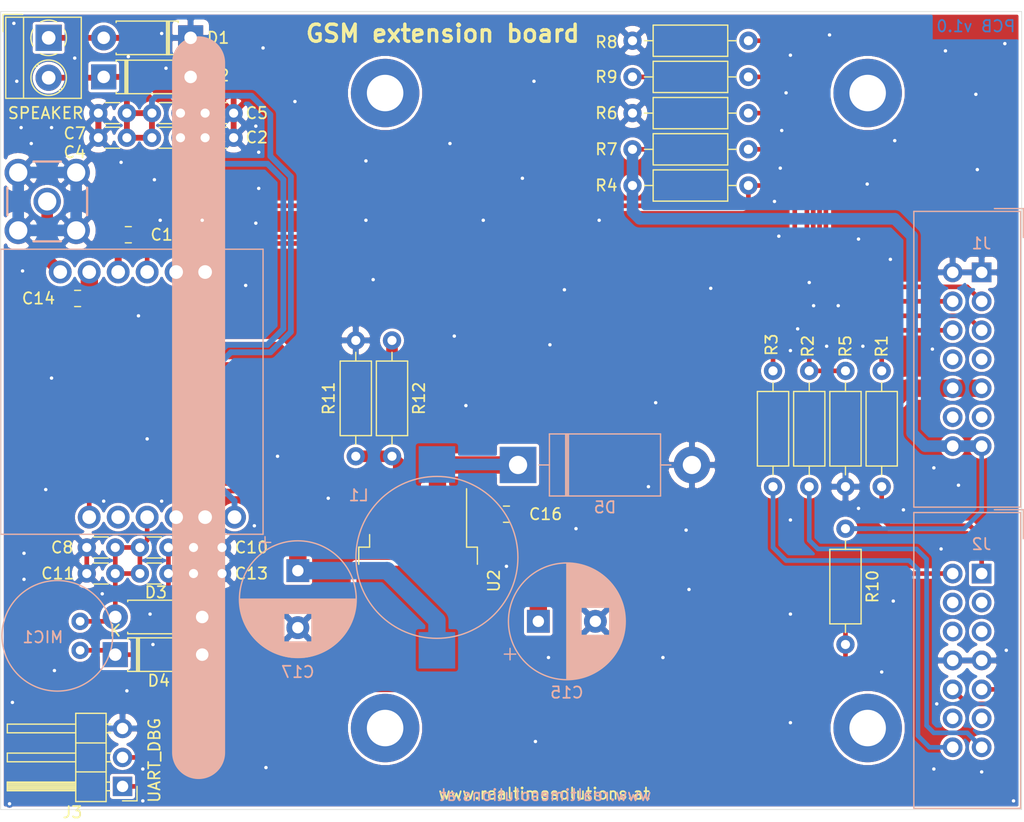
<source format=kicad_pcb>
(kicad_pcb (version 20171130) (host pcbnew "(5.1.4)-1")
  (layers (0 F.Cu signal) (31 B.Cu signal) (34 B.Paste user) (35 F.Paste user) (36 B.SilkS user) (37 F.SilkS user) (38 B.Mask user) (39 F.Mask user) (44 Edge.Cuts user))
  (net 0 "")
  (net 1 +12V)
  (net 2 GND)
  (net 3 +3V3)
  (net 4 +4V)
  (net 5 HW_ADDR4)
  (net 6 HW_ADDR2)
  (net 7 HW_ADDR3)
  (net 8 HW_ADDR1)
  (net 9 IO2)
  (net 10 IO1)
  (net 11 UART2_RX)
  (net 12 UART2_TX)
  (net 13 UART1_RX)
  (net 14 UART1_TX)
  (net 15 "Net-(R2-Pad1)")
  (net 16 "Net-(C1-Pad2)")
  (net 17 "Net-(C2-Pad2)")
  (net 18 "Net-(C3-Pad2)")
  (net 19 "Net-(C11-Pad2)")
  (net 20 "Net-(C10-Pad1)")
  (net 21 "Net-(R3-Pad1)")
  (net 22 "Net-(U1-Pad11)")
  (net 23 "Net-(J1-Pad8)")
  (net 24 "Net-(J1-Pad7)")
  (net 25 "Net-(J5-Pad1)")
  (net 26 "Net-(D5-Pad1)")
  (net 27 "Net-(J1-Pad12)")
  (net 28 "Net-(J1-Pad11)")
  (net 29 "Net-(J2-Pad12)")
  (net 30 "Net-(J2-Pad11)")
  (net 31 "Net-(J2-Pad6)")
  (net 32 "Net-(J2-Pad5)")
  (net 33 "Net-(J2-Pad4)")
  (net 34 "Net-(J2-Pad3)")
  (net 35 "Net-(R11-Pad1)")
  (module Resistor_THT:R_Axial_DIN0207_L6.3mm_D2.5mm_P10.16mm_Horizontal (layer F.Cu) (at 59.055 -24.638 270)
    (fp_text reference R10 (at 5.08 -2.37 90) (layer F.SilkS))
    (fp_text value 10K)
    (pad 2 thru_hole oval (at 10.16 0 270) (size 1.6 1.6) (drill 0.8) (layers *.Cu *.Mask) (net 9 IO2))
    (pad 1 thru_hole circle (at 0 0 270) (size 1.6 1.6) (drill 0.8) (layers *.Cu *.Mask) (net 3 +3V3))
  )
  (module Resistor_THT:R_Axial_DIN0207_L6.3mm_D2.5mm_P10.16mm_Horizontal (layer F.Cu) (at 59.055 -38.481 270)
    (fp_text reference R5 (at -2.159 0 90) (layer F.SilkS))
    (fp_text value 5K6)
    (pad 2 thru_hole oval (at 10.16 0 270) (size 1.6 1.6) (drill 0.8) (layers *.Cu *.Mask) (net 2 GND))
    (pad 1 thru_hole circle (at 0 0 270) (size 1.6 1.6) (drill 0.8) (layers *.Cu *.Mask) (net 15 "Net-(R2-Pad1)"))
  )
  (module Package_TO_SOT_SMD:TO-263-5_TabPin3 (layer F.Cu) (at 21.59 -20.066 270)
    (fp_text reference U2 (at 0 -6.65 90) (layer F.SilkS))
    (fp_text value LM2596S-ADJ)
    (pad 3 smd rect (at 3.375 0 270) (size 9.4 10.8) (layers F.Cu F.Mask) (net 2 GND))
    (pad 5 smd rect (at -5.775 3.4 270) (size 4.6 1.1) (layers F.Cu F.Paste F.Mask) (net 2 GND))
    (pad 4 smd rect (at -5.775 1.7 270) (size 4.6 1.1) (layers F.Cu F.Paste F.Mask) (net 35 "Net-(R11-Pad1)"))
    (pad 3 smd rect (at -5.775 0 270) (size 4.6 1.1) (layers F.Cu F.Paste F.Mask) (net 2 GND))
    (pad 2 smd rect (at -5.775 -1.7 270) (size 4.6 1.1) (layers F.Cu F.Paste F.Mask) (net 26 "Net-(D5-Pad1)"))
    (pad 1 smd rect (at -5.775 -3.4 270) (size 4.6 1.1) (layers F.Cu F.Paste F.Mask) (net 1 +12V))
  )
  (module Resistor_THT:R_Axial_DIN0207_L6.3mm_D2.5mm_P10.16mm_Horizontal (layer F.Cu) (at 19.304 -41.148 270)
    (fp_text reference R12 (at 5.08 -2.37 90) (layer F.SilkS))
    (fp_text value 2K4)
    (pad 2 thru_hole oval (at 10.16 0 270) (size 1.6 1.6) (drill 0.8) (layers *.Cu *.Mask) (net 35 "Net-(R11-Pad1)"))
    (pad 1 thru_hole circle (at 0 0 270) (size 1.6 1.6) (drill 0.8) (layers *.Cu *.Mask) (net 4 +4V))
  )
  (module Resistor_THT:R_Axial_DIN0207_L6.3mm_D2.5mm_P10.16mm_Horizontal (layer F.Cu) (at 16.129 -30.988 90)
    (fp_text reference R11 (at 5.08 -2.37 90) (layer F.SilkS))
    (fp_text value 1K)
    (pad 2 thru_hole oval (at 10.16 0 90) (size 1.6 1.6) (drill 0.8) (layers *.Cu *.Mask) (net 2 GND))
    (pad 1 thru_hole circle (at 0 0 90) (size 1.6 1.6) (drill 0.8) (layers *.Cu *.Mask) (net 35 "Net-(R11-Pad1)"))
  )
  (module L-PISR:L-PISR (layer B.Cu) (at 23.241 -22.12 270)
    (fp_text reference L1 (at -5.439 6.858 180) (layer B.SilkS) (effects (justify mirror)))
    (fp_text value 68uH)
    (pad 2 smd rect (at 8.15 0 270) (size 3.2 3.2) (layers B.Cu B.Paste B.Mask) (net 4 +4V))
    (pad 1 smd rect (at -8.15 0 270) (size 3.2 3.2) (layers B.Cu B.Paste B.Mask) (net 26 "Net-(D5-Pad1)"))
  )
  (module Diode_THT:D_DO-201AD_P15.24mm_Horizontal (layer B.Cu) (at 30.353 -30.226)
    (fp_text reference D5 (at 7.62 3.72) (layer B.SilkS) (effects (justify mirror)))
    (fp_text value 1N5822)
    (pad 2 thru_hole oval (at 15.24 0) (size 3.2 3.2) (drill 1.6) (layers *.Cu *.Mask) (net 2 GND))
    (pad 1 thru_hole rect (at 0 0) (size 3.2 3.2) (drill 1.6) (layers *.Cu *.Mask) (net 26 "Net-(D5-Pad1)"))
  )
  (module Capacitor_THT:CP_Radial_D10.0mm_P5.00mm (layer B.Cu) (at 11.049 -20.955 270)
    (fp_text reference C17 (at 8.89 0 180) (layer B.SilkS) (effects (justify mirror)))
    (fp_text value 220uF/25V)
    (pad 2 thru_hole circle (at 5 0 270) (size 2 2) (drill 1) (layers *.Cu *.Mask) (net 2 GND))
    (pad 1 thru_hole rect (at 0 0 270) (size 2 2) (drill 1) (layers *.Cu *.Mask) (net 4 +4V))
  )
  (module Capacitor_SMD:C_0805_2012Metric_Pad1.15x1.40mm_HandSolder (layer F.Cu) (at 29.337 -25.908)
    (fp_text reference C16 (at 3.429 0) (layer F.SilkS))
    (fp_text value 100nF)
    (pad 2 smd roundrect (at 1.025 0) (size 1.15 1.4) (layers F.Cu F.Paste F.Mask) (roundrect_rratio 0.217391) (net 2 GND))
    (pad 1 smd roundrect (at -1.025 0) (size 1.15 1.4) (layers F.Cu F.Paste F.Mask) (roundrect_rratio 0.217391) (net 1 +12V))
  )
  (module Capacitor_THT:CP_Radial_D10.0mm_P5.00mm (layer B.Cu) (at 32.131 -16.51)
    (fp_text reference C15 (at 2.5 6.25) (layer B.SilkS) (effects (justify mirror)))
    (fp_text value 470uF/25V)
    (pad 2 thru_hole circle (at 5 0) (size 2 2) (drill 1) (layers *.Cu *.Mask) (net 2 GND))
    (pad 1 thru_hole rect (at 0 0) (size 2 2) (drill 1) (layers *.Cu *.Mask) (net 1 +12V))
  )
  (module Capacitor_SMD:C_0805_2012Metric_Pad1.15x1.40mm_HandSolder (layer F.Cu) (at -8.255 -44.831)
    (fp_text reference C14 (at -3.429 0) (layer F.SilkS))
    (fp_text value 100nF)
    (pad 2 smd roundrect (at 1.025 0) (size 1.15 1.4) (layers F.Cu F.Paste F.Mask) (roundrect_rratio 0.217391) (net 4 +4V))
    (pad 1 smd roundrect (at -1.025 0) (size 1.15 1.4) (layers F.Cu F.Paste F.Mask) (roundrect_rratio 0.217391) (net 2 GND))
  )
  (module SMA-J-P-X-ST-TH1:SAMTEC_SMA-J-P-X-ST-TH1 (layer B.Cu) (at -10.922 -53.34 180)
    (fp_text reference J5 hide)
    (fp_text value GSM_ANT)
    (pad 1 thru_hole circle (at 0 0 180) (size 2.4 2.4) (drill 1.6) (layers *.Cu *.Mask) (net 25 "Net-(J5-Pad1)"))
    (pad 4 thru_hole circle (at -2.54 2.54 180) (size 2.4 2.4) (drill 1.6) (layers *.Cu *.Mask) (net 2 GND))
    (pad 3 thru_hole circle (at 2.54 2.54 180) (size 2.4 2.4) (drill 1.6) (layers *.Cu *.Mask) (net 2 GND))
    (pad 2 thru_hole circle (at 2.54 -2.54 180) (size 2.4 2.4) (drill 1.6) (layers *.Cu *.Mask) (net 2 GND))
    (pad 5 thru_hole circle (at -2.54 -2.54 180) (size 2.4 2.4) (drill 1.6) (layers *.Cu *.Mask) (net 2 GND))
  )
  (module gsm:SIM800L_CoreBoard_25x23 (layer B.Cu) (at 8.001 -49.149 270)
    (fp_text reference U1 hide)
    (fp_text value SIM800L)
    (pad 1 thru_hole circle (at 2 17.78 270) (size 2 2) (drill 1.2) (layers *.Cu *.Mask) (net 25 "Net-(J5-Pad1)"))
    (pad 2 thru_hole circle (at 2 15.24 270) (size 2 2) (drill 1.2) (layers *.Cu *.Mask) (net 4 +4V))
    (pad 3 thru_hole circle (at 2 12.7 270) (size 2 2) (drill 1.2) (layers *.Cu *.Mask) (net 16 "Net-(C1-Pad2)"))
    (pad 4 thru_hole circle (at 2 10.16 270) (size 2 2) (drill 1.2) (layers *.Cu *.Mask) (net 15 "Net-(R2-Pad1)"))
    (pad 5 thru_hole circle (at 2 7.62 270) (size 2 2) (drill 1.2) (layers *.Cu *.Mask) (net 21 "Net-(R3-Pad1)"))
    (pad 6 thru_hole circle (at 2 5.08 270) (size 2 2) (drill 1.2) (layers *.Cu *.Mask) (net 2 GND))
    (pad 12 thru_hole circle (at 23.5 15.24 270) (size 2 2) (drill 1.2) (layers *.Cu *.Mask) (net 9 IO2))
    (pad 11 thru_hole circle (at 23.5 12.7 270) (size 2 2) (drill 1.2) (layers *.Cu *.Mask) (net 22 "Net-(U1-Pad11)"))
    (pad 10 thru_hole circle (at 23.5 10.16 270) (size 2 2) (drill 1.2) (layers *.Cu *.Mask) (net 19 "Net-(C11-Pad2)"))
    (pad 9 thru_hole circle (at 23.5 7.62 270) (size 2 2) (drill 1.2) (layers *.Cu *.Mask) (net 20 "Net-(C10-Pad1)"))
    (pad 8 thru_hole circle (at 23.5 5.08 270) (size 2 2) (drill 1.2) (layers *.Cu *.Mask) (net 17 "Net-(C2-Pad2)"))
    (pad 7 thru_hole circle (at 23.5 2.5 270) (size 2 2) (drill 1.2) (layers *.Cu *.Mask) (net 18 "Net-(C3-Pad2)"))
  )
  (module Resistor_THT:R_Axial_DIN0207_L6.3mm_D2.5mm_P10.16mm_Horizontal (layer F.Cu) (at 40.386 -64.262)
    (fp_text reference R9 (at -2.286 0) (layer F.SilkS))
    (fp_text value 10K)
    (pad 2 thru_hole oval (at 10.16 0) (size 1.6 1.6) (drill 0.8) (layers *.Cu *.Mask) (net 5 HW_ADDR4))
    (pad 1 thru_hole circle (at 0 0) (size 1.6 1.6) (drill 0.8) (layers *.Cu *.Mask) (net 3 +3V3))
  )
  (module Resistor_THT:R_Axial_DIN0207_L6.3mm_D2.5mm_P10.16mm_Horizontal (layer F.Cu) (at 40.386 -67.437)
    (fp_text reference R8 (at -2.286 0.127) (layer F.SilkS))
    (fp_text value 10K)
    (pad 2 thru_hole oval (at 10.16 0) (size 1.6 1.6) (drill 0.8) (layers *.Cu *.Mask) (net 7 HW_ADDR3))
    (pad 1 thru_hole circle (at 0 0) (size 1.6 1.6) (drill 0.8) (layers *.Cu *.Mask) (net 2 GND))
  )
  (module Resistor_THT:R_Axial_DIN0207_L6.3mm_D2.5mm_P10.16mm_Horizontal (layer F.Cu) (at 40.386 -57.912)
    (fp_text reference R7 (at -2.286 0) (layer F.SilkS))
    (fp_text value 10K)
    (pad 2 thru_hole oval (at 10.16 0) (size 1.6 1.6) (drill 0.8) (layers *.Cu *.Mask) (net 6 HW_ADDR2))
    (pad 1 thru_hole circle (at 0 0) (size 1.6 1.6) (drill 0.8) (layers *.Cu *.Mask) (net 3 +3V3))
  )
  (module Resistor_THT:R_Axial_DIN0207_L6.3mm_D2.5mm_P10.16mm_Horizontal (layer F.Cu) (at 40.386 -61.087)
    (fp_text reference R6 (at -2.286 0) (layer F.SilkS))
    (fp_text value 10K)
    (pad 2 thru_hole oval (at 10.16 0) (size 1.6 1.6) (drill 0.8) (layers *.Cu *.Mask) (net 8 HW_ADDR1))
    (pad 1 thru_hole circle (at 0 0) (size 1.6 1.6) (drill 0.8) (layers *.Cu *.Mask) (net 2 GND))
  )
  (module Resistor_THT:R_Axial_DIN0207_L6.3mm_D2.5mm_P10.16mm_Horizontal (layer F.Cu) (at 40.386 -54.737)
    (fp_text reference R4 (at -2.286 0) (layer F.SilkS))
    (fp_text value 10K)
    (pad 2 thru_hole oval (at 10.16 0) (size 1.6 1.6) (drill 0.8) (layers *.Cu *.Mask) (net 16 "Net-(C1-Pad2)"))
    (pad 1 thru_hole circle (at 0 0) (size 1.6 1.6) (drill 0.8) (layers *.Cu *.Mask) (net 3 +3V3))
  )
  (module Resistor_THT:R_Axial_DIN0207_L6.3mm_D2.5mm_P10.16mm_Horizontal (layer F.Cu) (at 52.705 -38.481 270)
    (fp_text reference R3 (at -2.286 0.127 90) (layer F.SilkS))
    (fp_text value 1K)
    (pad 2 thru_hole oval (at 10.16 0 270) (size 1.6 1.6) (drill 0.8) (layers *.Cu *.Mask) (net 13 UART1_RX))
    (pad 1 thru_hole circle (at 0 0 270) (size 1.6 1.6) (drill 0.8) (layers *.Cu *.Mask) (net 21 "Net-(R3-Pad1)"))
  )
  (module Resistor_THT:R_Axial_DIN0207_L6.3mm_D2.5mm_P10.16mm_Horizontal (layer F.Cu) (at 55.88 -38.481 270)
    (fp_text reference R2 (at -2.159 0.127 90) (layer F.SilkS))
    (fp_text value 1K)
    (pad 2 thru_hole oval (at 10.16 0 270) (size 1.6 1.6) (drill 0.8) (layers *.Cu *.Mask) (net 14 UART1_TX))
    (pad 1 thru_hole circle (at 0 0 270) (size 1.6 1.6) (drill 0.8) (layers *.Cu *.Mask) (net 15 "Net-(R2-Pad1)"))
  )
  (module Resistor_THT:R_Axial_DIN0207_L6.3mm_D2.5mm_P10.16mm_Horizontal (layer F.Cu) (at 62.23 -38.481 270)
    (fp_text reference R1 (at -2.159 0 90) (layer F.SilkS))
    (fp_text value 100)
    (pad 2 thru_hole oval (at 10.16 0 270) (size 1.6 1.6) (drill 0.8) (layers *.Cu *.Mask) (net 10 IO1))
    (pad 1 thru_hole circle (at 0 0 270) (size 1.6 1.6) (drill 0.8) (layers *.Cu *.Mask) (net 16 "Net-(C1-Pad2)"))
  )
  (module microphone:EMY-9765P (layer B.Cu) (at -10.033 -15.24)
    (fp_text reference MIC1 (at -1.27 0.127) (layer B.SilkS) (effects (justify mirror)))
    (fp_text value EMY-9765P)
    (pad 1 thru_hole circle (at 2 -1.27) (size 1.524 1.524) (drill 0.762) (layers *.Cu *.Mask) (net 19 "Net-(C11-Pad2)"))
    (pad 2 thru_hole circle (at 2 1.27) (size 1.524 1.524) (drill 0.762) (layers *.Cu *.Mask) (net 20 "Net-(C10-Pad1)"))
  )
  (module TerminalBlock_MetzConnect:TerminalBlock_MetzConnect_Type059_RT06302HBWC_1x02_P3.50mm_Horizontal (layer F.Cu) (at -10.795 -67.691 270)
    (fp_text reference J4 hide)
    (fp_text value SPEAKER (at 6.604 0.254 180) (layer F.SilkS))
    (pad 2 thru_hole circle (at 3.5 0 270) (size 2.3 2.3) (drill 1.2) (layers *.Cu *.Mask) (net 18 "Net-(C3-Pad2)"))
    (pad 1 thru_hole rect (at 0 0 270) (size 2.3 2.3) (drill 1.2) (layers *.Cu *.Mask) (net 17 "Net-(C2-Pad2)"))
  )
  (module Connector_PinHeader_2.54mm:PinHeader_1x03_P2.54mm_Horizontal (layer F.Cu) (at -4.318 -2.032 180)
    (fp_text reference J3 (at 4.385 -2.27) (layer F.SilkS))
    (fp_text value UART_DBG (at -2.794 2.286 90) (layer F.SilkS))
    (pad 3 thru_hole oval (at 0 5.08 180) (size 1.7 1.7) (drill 1) (layers *.Cu *.Mask) (net 2 GND))
    (pad 2 thru_hole oval (at 0 2.54 180) (size 1.7 1.7) (drill 1) (layers *.Cu *.Mask) (net 11 UART2_RX))
    (pad 1 thru_hole rect (at 0 0 180) (size 1.7 1.7) (drill 1) (layers *.Cu *.Mask) (net 12 UART2_TX))
  )
  (module Diode_THT:D_DO-41_SOD81_P7.62mm_Horizontal (layer F.Cu) (at -4.953 -13.589)
    (fp_text reference D4 (at 3.81 2.286) (layer F.SilkS))
    (fp_text value D_TVS)
    (fp_text user K (at 0 -2.1) (layer F.SilkS))
    (pad 2 thru_hole oval (at 7.62 0) (size 2.2 2.2) (drill 1.1) (layers *.Cu *.Mask) (net 2 GND))
    (pad 1 thru_hole rect (at 0 0) (size 2.2 2.2) (drill 1.1) (layers *.Cu *.Mask) (net 20 "Net-(C10-Pad1)"))
  )
  (module Diode_THT:D_DO-41_SOD81_P7.62mm_Horizontal (layer F.Cu) (at 2.667 -16.891 180)
    (fp_text reference D3 (at 4.064 2.159) (layer F.SilkS))
    (fp_text value D_TVS)
    (fp_text user K (at 0 -2.1) (layer F.SilkS))
    (pad 2 thru_hole oval (at 7.62 0 180) (size 2.2 2.2) (drill 1.1) (layers *.Cu *.Mask) (net 19 "Net-(C11-Pad2)"))
    (pad 1 thru_hole rect (at 0 0 180) (size 2.2 2.2) (drill 1.1) (layers *.Cu *.Mask) (net 2 GND))
  )
  (module Diode_THT:D_DO-41_SOD81_P7.62mm_Horizontal (layer F.Cu) (at -5.969 -64.262)
    (fp_text reference D2 (at 10.033 -0.127) (layer F.SilkS))
    (fp_text value D_TVS)
    (pad 2 thru_hole oval (at 7.62 0) (size 2.2 2.2) (drill 1.1) (layers *.Cu *.Mask) (net 2 GND))
    (pad 1 thru_hole rect (at 0 0) (size 2.2 2.2) (drill 1.1) (layers *.Cu *.Mask) (net 18 "Net-(C3-Pad2)"))
  )
  (module Diode_THT:D_DO-41_SOD81_P7.62mm_Horizontal (layer F.Cu) (at 1.651 -67.691 180)
    (fp_text reference D1 (at -2.413 0) (layer F.SilkS))
    (fp_text value D_TVS)
    (pad 2 thru_hole oval (at 7.62 0 180) (size 2.2 2.2) (drill 1.1) (layers *.Cu *.Mask) (net 17 "Net-(C2-Pad2)"))
    (pad 1 thru_hole rect (at 0 0 180) (size 2.2 2.2) (drill 1.1) (layers *.Cu *.Mask) (net 2 GND))
  )
  (module Capacitor_THT:C_Disc_D3.0mm_W1.6mm_P2.50mm (layer F.Cu) (at 1.905 -20.701)
    (fp_text reference C13 (at 5.08 0) (layer F.SilkS))
    (fp_text value 10pF)
    (pad 2 thru_hole circle (at 2.5 0) (size 1.6 1.6) (drill 0.8) (layers *.Cu *.Mask) (net 2 GND))
    (pad 1 thru_hole circle (at 0 0) (size 1.6 1.6) (drill 0.8) (layers *.Cu *.Mask) (net 20 "Net-(C10-Pad1)"))
  )
  (module Capacitor_THT:C_Disc_D3.0mm_W1.6mm_P2.50mm (layer F.Cu) (at -2.794 -20.701)
    (fp_text reference C12 hide)
    (fp_text value 10pF)
    (pad 2 thru_hole circle (at 2.5 0) (size 1.6 1.6) (drill 0.8) (layers *.Cu *.Mask) (net 20 "Net-(C10-Pad1)"))
    (pad 1 thru_hole circle (at 0 0) (size 1.6 1.6) (drill 0.8) (layers *.Cu *.Mask) (net 19 "Net-(C11-Pad2)"))
  )
  (module Capacitor_THT:C_Disc_D3.0mm_W1.6mm_P2.50mm (layer F.Cu) (at -7.453 -20.701)
    (fp_text reference C11 (at -2.539529 -0.004948) (layer F.SilkS))
    (fp_text value 10pF)
    (pad 2 thru_hole circle (at 2.5 0) (size 1.6 1.6) (drill 0.8) (layers *.Cu *.Mask) (net 19 "Net-(C11-Pad2)"))
    (pad 1 thru_hole circle (at 0 0) (size 1.6 1.6) (drill 0.8) (layers *.Cu *.Mask) (net 2 GND))
  )
  (module Capacitor_THT:C_Disc_D3.0mm_W1.6mm_P2.50mm (layer F.Cu) (at 1.905 -22.987)
    (fp_text reference C10 (at 5.08 0) (layer F.SilkS))
    (fp_text value 33pF)
    (pad 2 thru_hole circle (at 2.5 0) (size 1.6 1.6) (drill 0.8) (layers *.Cu *.Mask) (net 2 GND))
    (pad 1 thru_hole circle (at 0 0) (size 1.6 1.6) (drill 0.8) (layers *.Cu *.Mask) (net 20 "Net-(C10-Pad1)"))
  )
  (module Capacitor_THT:C_Disc_D3.0mm_W1.6mm_P2.50mm (layer F.Cu) (at -2.794 -22.987)
    (fp_text reference C9 hide)
    (fp_text value 33pF)
    (pad 2 thru_hole circle (at 2.5 0) (size 1.6 1.6) (drill 0.8) (layers *.Cu *.Mask) (net 20 "Net-(C10-Pad1)"))
    (pad 1 thru_hole circle (at 0 0) (size 1.6 1.6) (drill 0.8) (layers *.Cu *.Mask) (net 19 "Net-(C11-Pad2)"))
  )
  (module Capacitor_THT:C_Disc_D3.0mm_W1.6mm_P2.50mm (layer F.Cu) (at -7.453 -22.987)
    (fp_text reference C8 (at -2.159 0) (layer F.SilkS))
    (fp_text value 33pF)
    (pad 2 thru_hole circle (at 2.5 0) (size 1.6 1.6) (drill 0.8) (layers *.Cu *.Mask) (net 19 "Net-(C11-Pad2)"))
    (pad 1 thru_hole circle (at 0 0) (size 1.6 1.6) (drill 0.8) (layers *.Cu *.Mask) (net 2 GND))
  )
  (module Capacitor_THT:C_Disc_D3.0mm_W1.6mm_P2.50mm (layer F.Cu) (at -3.937 -61.087 180)
    (fp_text reference C7 (at 4.572 -1.778) (layer F.SilkS))
    (fp_text value 10pF)
    (pad 2 thru_hole circle (at 2.5 0 180) (size 1.6 1.6) (drill 0.8) (layers *.Cu *.Mask) (net 2 GND))
    (pad 1 thru_hole circle (at 0 0 180) (size 1.6 1.6) (drill 0.8) (layers *.Cu *.Mask) (net 18 "Net-(C3-Pad2)"))
  )
  (module Capacitor_THT:C_Disc_D3.0mm_W1.6mm_P2.50mm (layer F.Cu) (at 0.762 -58.928 180)
    (fp_text reference C6 hide)
    (fp_text value 10pF)
    (pad 2 thru_hole circle (at 2.5 0 180) (size 1.6 1.6) (drill 0.8) (layers *.Cu *.Mask) (net 18 "Net-(C3-Pad2)"))
    (pad 1 thru_hole circle (at 0 0 180) (size 1.6 1.6) (drill 0.8) (layers *.Cu *.Mask) (net 17 "Net-(C2-Pad2)"))
  )
  (module Capacitor_THT:C_Disc_D3.0mm_W1.6mm_P2.50mm (layer F.Cu) (at 5.421 -61.087 180)
    (fp_text reference C5 (at -2.032 0) (layer F.SilkS))
    (fp_text value 10pF)
    (pad 2 thru_hole circle (at 2.5 0 180) (size 1.6 1.6) (drill 0.8) (layers *.Cu *.Mask) (net 17 "Net-(C2-Pad2)"))
    (pad 1 thru_hole circle (at 0 0 180) (size 1.6 1.6) (drill 0.8) (layers *.Cu *.Mask) (net 2 GND))
  )
  (module Capacitor_THT:C_Disc_D3.0mm_W1.6mm_P2.50mm (layer F.Cu) (at -3.937 -58.928 180)
    (fp_text reference C4 (at 4.572 -1.27) (layer F.SilkS))
    (fp_text value 33pF)
    (pad 2 thru_hole circle (at 2.5 0 180) (size 1.6 1.6) (drill 0.8) (layers *.Cu *.Mask) (net 2 GND))
    (pad 1 thru_hole circle (at 0 0 180) (size 1.6 1.6) (drill 0.8) (layers *.Cu *.Mask) (net 18 "Net-(C3-Pad2)"))
  )
  (module Capacitor_THT:C_Disc_D3.0mm_W1.6mm_P2.50mm (layer F.Cu) (at 0.762 -61.087 180)
    (fp_text reference C3 hide)
    (fp_text value 33pF)
    (pad 2 thru_hole circle (at 2.5 0 180) (size 1.6 1.6) (drill 0.8) (layers *.Cu *.Mask) (net 18 "Net-(C3-Pad2)"))
    (pad 1 thru_hole circle (at 0 0 180) (size 1.6 1.6) (drill 0.8) (layers *.Cu *.Mask) (net 17 "Net-(C2-Pad2)"))
  )
  (module Capacitor_THT:C_Disc_D3.0mm_W1.6mm_P2.50mm (layer F.Cu) (at 5.421 -58.928 180)
    (fp_text reference C2 (at -2.032 0.025116) (layer F.SilkS))
    (fp_text value 33pF)
    (pad 2 thru_hole circle (at 2.5 0 180) (size 1.6 1.6) (drill 0.8) (layers *.Cu *.Mask) (net 17 "Net-(C2-Pad2)"))
    (pad 1 thru_hole circle (at 0 0 180) (size 1.6 1.6) (drill 0.8) (layers *.Cu *.Mask) (net 2 GND))
  )
  (module Capacitor_SMD:C_0805_2012Metric_Pad1.15x1.40mm_HandSolder (layer F.Cu) (at -3.81 -50.419 180)
    (fp_text reference C1 (at -2.921 0) (layer F.SilkS))
    (fp_text value 100nF)
    (pad 2 smd roundrect (at 1.025 0 180) (size 1.15 1.4) (layers F.Cu F.Paste F.Mask) (roundrect_rratio 0.217391) (net 16 "Net-(C1-Pad2)"))
    (pad 1 smd roundrect (at -1.025 0 180) (size 1.15 1.4) (layers F.Cu F.Paste F.Mask) (roundrect_rratio 0.217391) (net 2 GND))
  )
  (module Connector_IDC:IDC-Header_2x07_P2.54mm_Vertical (layer B.Cu) (at 70.993 -20.701 180)
    (fp_text reference J2 (at 0.019 2.579) (layer B.SilkS) (effects (justify mirror)))
    (fp_text value B2B_B)
    (pad 14 thru_hole oval (at 2.54 -15.24 180) (size 1.7272 1.7272) (drill 1.016) (layers *.Cu *.Mask) (net 13 UART1_RX))
    (pad 13 thru_hole oval (at 0 -15.24 180) (size 1.7272 1.7272) (drill 1.016) (layers *.Cu *.Mask) (net 14 UART1_TX))
    (pad 12 thru_hole oval (at 2.54 -12.7 180) (size 1.7272 1.7272) (drill 1.016) (layers *.Cu *.Mask) (net 29 "Net-(J2-Pad12)"))
    (pad 11 thru_hole oval (at 0 -12.7 180) (size 1.7272 1.7272) (drill 1.016) (layers *.Cu *.Mask) (net 30 "Net-(J2-Pad11)"))
    (pad 10 thru_hole oval (at 2.54 -10.16 180) (size 1.7272 1.7272) (drill 1.016) (layers *.Cu *.Mask) (net 11 UART2_RX))
    (pad 9 thru_hole oval (at 0 -10.16 180) (size 1.7272 1.7272) (drill 1.016) (layers *.Cu *.Mask) (net 12 UART2_TX))
    (pad 8 thru_hole oval (at 2.54 -7.62 180) (size 1.7272 1.7272) (drill 1.016) (layers *.Cu *.Mask) (net 2 GND))
    (pad 7 thru_hole oval (at 0 -7.62 180) (size 1.7272 1.7272) (drill 1.016) (layers *.Cu *.Mask) (net 2 GND))
    (pad 6 thru_hole oval (at 2.54 -5.08 180) (size 1.7272 1.7272) (drill 1.016) (layers *.Cu *.Mask) (net 31 "Net-(J2-Pad6)"))
    (pad 5 thru_hole oval (at 0 -5.08 180) (size 1.7272 1.7272) (drill 1.016) (layers *.Cu *.Mask) (net 32 "Net-(J2-Pad5)"))
    (pad 4 thru_hole oval (at 2.54 -2.54 180) (size 1.7272 1.7272) (drill 1.016) (layers *.Cu *.Mask) (net 33 "Net-(J2-Pad4)"))
    (pad 3 thru_hole oval (at 0 -2.54 180) (size 1.7272 1.7272) (drill 1.016) (layers *.Cu *.Mask) (net 34 "Net-(J2-Pad3)"))
    (pad 2 thru_hole oval (at 2.54 0 180) (size 1.7272 1.7272) (drill 1.016) (layers *.Cu *.Mask) (net 9 IO2))
    (pad 1 thru_hole rect (at 0 0 180) (size 1.7272 1.7272) (drill 1.016) (layers *.Cu *.Mask) (net 10 IO1))
  )
  (module Connector_IDC:IDC-Header_2x07_P2.54mm_Vertical (layer B.Cu) (at 70.993 -47.117 180)
    (fp_text reference J1 (at 0.019 2.54) (layer B.SilkS) (effects (justify mirror)))
    (fp_text value B2B_A)
    (pad 14 thru_hole oval (at 2.54 -15.24 180) (size 1.7272 1.7272) (drill 1.016) (layers *.Cu *.Mask) (net 3 +3V3))
    (pad 13 thru_hole oval (at 0 -15.24 180) (size 1.7272 1.7272) (drill 1.016) (layers *.Cu *.Mask) (net 3 +3V3))
    (pad 12 thru_hole oval (at 2.54 -12.7 180) (size 1.7272 1.7272) (drill 1.016) (layers *.Cu *.Mask) (net 27 "Net-(J1-Pad12)"))
    (pad 11 thru_hole oval (at 0 -12.7 180) (size 1.7272 1.7272) (drill 1.016) (layers *.Cu *.Mask) (net 28 "Net-(J1-Pad11)"))
    (pad 10 thru_hole oval (at 2.54 -10.16 180) (size 1.7272 1.7272) (drill 1.016) (layers *.Cu *.Mask) (net 1 +12V))
    (pad 9 thru_hole oval (at 0 -10.16 180) (size 1.7272 1.7272) (drill 1.016) (layers *.Cu *.Mask) (net 1 +12V))
    (pad 8 thru_hole oval (at 2.54 -7.62 180) (size 1.7272 1.7272) (drill 1.016) (layers *.Cu *.Mask) (net 23 "Net-(J1-Pad8)"))
    (pad 7 thru_hole oval (at 0 -7.62 180) (size 1.7272 1.7272) (drill 1.016) (layers *.Cu *.Mask) (net 24 "Net-(J1-Pad7)"))
    (pad 6 thru_hole oval (at 2.54 -5.08 180) (size 1.7272 1.7272) (drill 1.016) (layers *.Cu *.Mask) (net 6 HW_ADDR2))
    (pad 5 thru_hole oval (at 0 -5.08 180) (size 1.7272 1.7272) (drill 1.016) (layers *.Cu *.Mask) (net 8 HW_ADDR1))
    (pad 4 thru_hole oval (at 2.54 -2.54 180) (size 1.7272 1.7272) (drill 1.016) (layers *.Cu *.Mask) (net 5 HW_ADDR4))
    (pad 3 thru_hole oval (at 0 -2.54 180) (size 1.7272 1.7272) (drill 1.016) (layers *.Cu *.Mask) (net 7 HW_ADDR3))
    (pad 2 thru_hole oval (at 2.54 0 180) (size 1.7272 1.7272) (drill 1.016) (layers *.Cu *.Mask) (net 2 GND))
    (pad 1 thru_hole rect (at 0 0 180) (size 1.7272 1.7272) (drill 1.016) (layers *.Cu *.Mask) (net 2 GND))
  )
  (gr_text "PCB v1.0" (at 70.485 -68.707) (layer B.Cu) (effects (font (size 1 1)) (justify mirror)))
  (gr_text www.realtimesolutions.at (at 32.639 -1.397) (layer F.SilkS) (effects (font (size 1 1))))
  (gr_text www.realtimesolutions.at (at 32.766 -1.27) (layer B.SilkS) (effects (font (size 1 1)) (justify mirror)))
  (gr_text "GSM extension board" (at 23.749 -68.072) (layer F.SilkS) (effects (font (size 1.5 1.5) (thickness 0.3))))
  (gr_line (start 2.35 -65.5) (end 2.35 -5) (layer B.SilkS) (width 4.65))
  (gr_line (start 74.5 -70) (end 74.5 0) (layer Edge.Cuts) (width 0.05))
  (gr_line (start -15 -70) (end 74.5 -70) (layer Edge.Cuts) (width 0.05))
  (gr_line (start -15 -70) (end -15 0) (layer Edge.Cuts) (width 0.05))
  (gr_line (start -15 0) (end 74.5 0) (layer Edge.Cuts) (width 0.05))
  (via (at 61 -7.15) (size 6) (drill 3.2) (layers F.Cu B.Cu) (net 0))
  (via (at 61 -62.85) (size 6) (drill 3.2) (layers F.Cu B.Cu) (net 0))
  (via (at 18.7 -7.15) (size 6) (drill 3.2) (layers F.Cu B.Cu) (net 0))
  (via (at 18.7 -62.85) (size 6) (drill 3.2) (layers F.Cu B.Cu) (net 0))
  (segment (start 25.057 -25.908) (end 24.99 -25.841) (width 1.016) (layer F.Cu) (net 1))
  (segment (start 28.312 -25.908) (end 25.654 -25.908) (width 1.524) (layer F.Cu) (net 1))
  (segment (start 25.654 -25.908) (end 25.057 -25.908) (width 1.016) (layer F.Cu) (net 1))
  (segment (start 28.312 -24.012) (end 29.21 -23.114) (width 1.524) (layer F.Cu) (net 1))
  (segment (start 28.312 -25.908) (end 28.312 -24.012) (width 1.524) (layer F.Cu) (net 1))
  (segment (start 29.21 -23.114) (end 30.861 -23.114) (width 1.524) (layer F.Cu) (net 1))
  (segment (start 30.861 -23.114) (end 32.131 -21.844) (width 1.524) (layer F.Cu) (net 1))
  (segment (start 32.131 -21.844) (end 32.131 -16.51) (width 1.524) (layer F.Cu) (net 1))
  (segment (start 32.131 -21.844) (end 47.498 -21.844) (width 1.524) (layer F.Cu) (net 1))
  (segment (start 47.498 -21.844) (end 49.276 -23.622) (width 1.524) (layer F.Cu) (net 1))
  (segment (start 49.276 -23.622) (end 49.276 -33.147) (width 1.524) (layer F.Cu) (net 1))
  (segment (start 49.276 -33.147) (end 51.054 -34.925) (width 1.524) (layer F.Cu) (net 1))
  (segment (start 51.054 -34.925) (end 62.357 -34.925) (width 1.524) (layer F.Cu) (net 1))
  (segment (start 64.389 -36.957) (end 68.453 -36.957) (width 1.524) (layer F.Cu) (net 1))
  (segment (start 62.357 -34.925) (end 64.389 -36.957) (width 1.524) (layer F.Cu) (net 1))
  (segment (start 68.453 -36.957) (end 70.993 -36.957) (width 1.524) (layer F.Cu) (net 1))
  (segment (start -13.462 -50.8) (end -8.382 -50.8) (width 1.016) (layer B.Cu) (net 2))
  (segment (start -8.382 -50.8) (end -8.382 -55.88) (width 1.016) (layer B.Cu) (net 2))
  (segment (start -8.382 -55.88) (end -13.462 -55.88) (width 1.016) (layer B.Cu) (net 2))
  (segment (start -13.462 -55.88) (end -13.462 -50.8) (width 1.016) (layer B.Cu) (net 2))
  (segment (start 4.405 -22.987) (end 4.405 -20.701) (width 0.4064) (layer F.Cu) (net 2))
  (segment (start 2.667 -18.3974) (end 3.3196 -19.05) (width 0.4064) (layer F.Cu) (net 2))
  (segment (start 2.667 -16.891) (end 2.667 -18.3974) (width 0.4064) (layer F.Cu) (net 2))
  (segment (start 3.3196 -19.05) (end 3.937 -19.05) (width 0.4064) (layer F.Cu) (net 2))
  (segment (start 4.405 -19.518) (end 4.405 -20.701) (width 0.4064) (layer F.Cu) (net 2))
  (segment (start 3.937 -19.05) (end 4.405 -19.518) (width 0.4064) (layer F.Cu) (net 2))
  (segment (start 2.667 -13.589) (end 2.667 -16.891) (width 0.4064) (layer F.Cu) (net 2))
  (segment (start -7.453 -22.987) (end -7.453 -20.701) (width 0.4064) (layer F.Cu) (net 2))
  (segment (start 1.651 -64.262) (end 1.651 -67.691) (width 0.508) (layer F.Cu) (net 2))
  (segment (start -6.437 -61.468) (end -6.437 -59.309) (width 0.508) (layer F.Cu) (net 2))
  (segment (start 1.651 -64.262) (end 4.445 -64.262) (width 0.508) (layer F.Cu) (net 2))
  (segment (start 5.421 -63.286) (end 5.421 -61.468) (width 0.508) (layer F.Cu) (net 2))
  (segment (start 4.445 -64.262) (end 5.421 -63.286) (width 0.508) (layer F.Cu) (net 2))
  (segment (start 5.421 -59.316989) (end 5.428604 -59.309385) (width 0.508) (layer F.Cu) (net 2))
  (segment (start 5.421 -61.468) (end 5.421 -59.316989) (width 0.508) (layer F.Cu) (net 2))
  (segment (start -6.437 -61.087) (end -6.437 -58.928) (width 0.508) (layer F.Cu) (net 2))
  (via (at 73.025 -67.183) (size 0.7) (drill 0.3) (layers F.Cu B.Cu) (net 2))
  (via (at 67.818 -66.548) (size 0.7) (drill 0.3) (layers F.Cu B.Cu) (net 2))
  (via (at 70.485 -62.738) (size 0.7) (drill 0.3) (layers F.Cu B.Cu) (net 2))
  (via (at 63.373 -58.674) (size 0.7) (drill 0.3) (layers F.Cu B.Cu) (net 2))
  (via (at 70.612 -56.134) (size 0.7) (drill 0.3) (layers F.Cu B.Cu) (net 2))
  (via (at 60.96 -54.864) (size 0.7) (drill 0.3) (layers F.Cu B.Cu) (net 2))
  (via (at 60.198 -50.038) (size 0.7) (drill 0.3) (layers F.Cu B.Cu) (net 2))
  (via (at 62.992 -48.26) (size 0.7) (drill 0.3) (layers F.Cu B.Cu) (net 2))
  (via (at 55.88 -46.228) (size 0.7) (drill 0.3) (layers F.Cu B.Cu) (net 2))
  (via (at 58.42 -44.196) (size 0.7) (drill 0.3) (layers F.Cu B.Cu) (net 2))
  (via (at 56.261 -44.196) (size 0.7) (drill 0.3) (layers F.Cu B.Cu) (net 2))
  (via (at 54.864 -42.164) (size 0.7) (drill 0.3) (layers F.Cu B.Cu) (net 2))
  (via (at 57.404 -40.64) (size 0.7) (drill 0.3) (layers F.Cu B.Cu) (net 2))
  (via (at 60.579 -40.64) (size 0.7) (drill 0.3) (layers F.Cu B.Cu) (net 2))
  (via (at 54.229 -40.259) (size 0.7) (drill 0.3) (layers F.Cu B.Cu) (net 2))
  (via (at 53.213 -50.292) (size 0.7) (drill 0.3) (layers F.Cu B.Cu) (net 2))
  (via (at 52.832 -53.34) (size 0.7) (drill 0.3) (layers F.Cu B.Cu) (net 2))
  (via (at 53.34 -56.261) (size 0.7) (drill 0.3) (layers F.Cu B.Cu) (net 2))
  (via (at 53.467 -59.563) (size 0.7) (drill 0.3) (layers F.Cu B.Cu) (net 2))
  (via (at 53.848 -62.865) (size 0.7) (drill 0.3) (layers F.Cu B.Cu) (net 2))
  (via (at 54.229 -66.167) (size 0.7) (drill 0.3) (layers F.Cu B.Cu) (net 2))
  (via (at 57.658 -67.945) (size 0.7) (drill 0.3) (layers F.Cu B.Cu) (net 2))
  (via (at 8.001 -66.802) (size 0.7) (drill 0.3) (layers F.Cu B.Cu) (net 2))
  (via (at 31.75 -63.881) (size 0.7) (drill 0.3) (layers F.Cu B.Cu) (net 2))
  (via (at 24.384 -58.42) (size 0.7) (drill 0.3) (layers F.Cu B.Cu) (net 2))
  (via (at 10.795 -62.103) (size 0.7) (drill 0.3) (layers F.Cu B.Cu) (net 2))
  (via (at 17.018 -56.896) (size 0.7) (drill 0.3) (layers F.Cu B.Cu) (net 2))
  (via (at 7.366 -59.944) (size 0.7) (drill 0.3) (layers F.Cu B.Cu) (net 2))
  (via (at 7.62 -57.658) (size 0.7) (drill 0.3) (layers F.Cu B.Cu) (net 2))
  (via (at 30.734 -55.372) (size 0.7) (drill 0.3) (layers F.Cu B.Cu) (net 2))
  (via (at 37.465 -51.689) (size 0.7) (drill 0.3) (layers F.Cu B.Cu) (net 2))
  (via (at 27.305 -51.689) (size 0.7) (drill 0.3) (layers F.Cu B.Cu) (net 2))
  (via (at 17.018 -51.689) (size 0.7) (drill 0.3) (layers F.Cu B.Cu) (net 2))
  (via (at 7.366 -51.435) (size 0.7) (drill 0.3) (layers F.Cu B.Cu) (net 2))
  (via (at 7.62 -54.483) (size 0.7) (drill 0.3) (layers F.Cu B.Cu) (net 2))
  (via (at -4.445 -56.769) (size 0.7) (drill 0.3) (layers F.Cu B.Cu) (net 2))
  (via (at -1.524 -55.245) (size 0.7) (drill 0.3) (layers F.Cu B.Cu) (net 2))
  (via (at -1.016 -51.689) (size 0.7) (drill 0.3) (layers F.Cu B.Cu) (net 2))
  (via (at -13.208 -59.817) (size 0.7) (drill 0.3) (layers F.Cu B.Cu) (net 2))
  (via (at -10.541 -59.817) (size 0.7) (drill 0.3) (layers F.Cu B.Cu) (net 2))
  (via (at -12.319 -58.42) (size 0.7) (drill 0.3) (layers F.Cu B.Cu) (net 2))
  (via (at -8.509 -65.913) (size 0.7) (drill 0.3) (layers F.Cu B.Cu) (net 2))
  (via (at -13.843 -68.961) (size 0.7) (drill 0.3) (layers F.Cu B.Cu) (net 2))
  (via (at -13.589 -63.881) (size 0.7) (drill 0.3) (layers F.Cu B.Cu) (net 2))
  (via (at -0.889 -68.072) (size 0.7) (drill 0.3) (layers F.Cu B.Cu) (net 2))
  (via (at -3.81 -66.04) (size 0.7) (drill 0.3) (layers F.Cu B.Cu) (net 2))
  (via (at -0.508 -65.024) (size 0.7) (drill 0.3) (layers F.Cu B.Cu) (net 2))
  (via (at 2.667 -51.689) (size 0.7) (drill 0.3) (layers F.Cu B.Cu) (net 2))
  (via (at -2.921 -43.307) (size 0.7) (drill 0.3) (layers F.Cu B.Cu) (net 2))
  (via (at 6.477 -45.974) (size 0.7) (drill 0.3) (layers F.Cu B.Cu) (net 2))
  (via (at -13.081 -47.244) (size 0.7) (drill 0.3) (layers F.Cu B.Cu) (net 2))
  (via (at -10.541 -37.846) (size 0.7) (drill 0.3) (layers F.Cu B.Cu) (net 2))
  (via (at -2.159 -32.512) (size 0.7) (drill 0.3) (layers F.Cu B.Cu) (net 2))
  (via (at -11.049 -28.067) (size 0.7) (drill 0.3) (layers F.Cu B.Cu) (net 2))
  (via (at 9.271 -30.988) (size 0.7) (drill 0.3) (layers F.Cu B.Cu) (net 2))
  (via (at 13.716 -27.305) (size 0.7) (drill 0.3) (layers F.Cu B.Cu) (net 2))
  (via (at 7.239 -24.892) (size 0.7) (drill 0.3) (layers F.Cu B.Cu) (net 2))
  (via (at -0.889 -27.051) (size 0.7) (drill 0.3) (layers F.Cu B.Cu) (net 2))
  (via (at -5.969 -27.051) (size 0.7) (drill 0.3) (layers F.Cu B.Cu) (net 2))
  (via (at -12.954 -22.479) (size 0.7) (drill 0.3) (layers F.Cu B.Cu) (net 2))
  (via (at -12.954 -20.193) (size 0.7) (drill 0.3) (layers F.Cu B.Cu) (net 2))
  (via (at -6.096 -18.923) (size 0.7) (drill 0.3) (layers F.Cu B.Cu) (net 2))
  (via (at -1.905 -17.145) (size 0.7) (drill 0.3) (layers F.Cu B.Cu) (net 2))
  (via (at -1.651 -14.478) (size 0.7) (drill 0.3) (layers F.Cu B.Cu) (net 2))
  (via (at -3.937 -10.414) (size 0.7) (drill 0.3) (layers F.Cu B.Cu) (net 2))
  (via (at -10.287 -12.192) (size 0.7) (drill 0.3) (layers F.Cu B.Cu) (net 2))
  (via (at -13.97 -9.398) (size 0.7) (drill 0.3) (layers F.Cu B.Cu) (net 2))
  (via (at -14.224 -0.508) (size 0.7) (drill 0.3) (layers F.Cu B.Cu) (net 2))
  (via (at -2.54 -3.556) (size 0.7) (drill 0.3) (layers F.Cu B.Cu) (net 2))
  (via (at 8.255 -3.683) (size 0.7) (drill 0.3) (layers F.Cu B.Cu) (net 2))
  (via (at -2.54 -0.762) (size 0.7) (drill 0.3) (layers F.Cu B.Cu) (net 2))
  (via (at 73.787 -0.762) (size 0.7) (drill 0.3) (layers F.Cu B.Cu) (net 2))
  (via (at 70.993 -3.302) (size 0.7) (drill 0.3) (layers F.Cu B.Cu) (net 2))
  (via (at 67.056 -9.271) (size 0.7) (drill 0.3) (layers F.Cu B.Cu) (net 2))
  (via (at 66.802 -3.556) (size 0.7) (drill 0.3) (layers F.Cu B.Cu) (net 2))
  (via (at 62.23 -12.065) (size 0.7) (drill 0.3) (layers F.Cu B.Cu) (net 2))
  (via (at 54.229 -7.62) (size 0.7) (drill 0.3) (layers F.Cu B.Cu) (net 2))
  (via (at 54.229 -17.145) (size 0.7) (drill 0.3) (layers F.Cu B.Cu) (net 2))
  (via (at 43.053 -13.335) (size 0.7) (drill 0.3) (layers F.Cu B.Cu) (net 2))
  (via (at 45.339 -19.304) (size 0.7) (drill 0.3) (layers F.Cu B.Cu) (net 2))
  (via (at 45.085 -24.511) (size 0.7) (drill 0.3) (layers F.Cu B.Cu) (net 2))
  (via (at 31.877 -5.969) (size 0.7) (drill 0.3) (layers F.Cu B.Cu) (net 2))
  (via (at 29.337 -21.336) (size 0.7) (drill 0.3) (layers F.Cu B.Cu) (net 2))
  (via (at 33.02 -13.335) (size 0.7) (drill 0.3) (layers F.Cu B.Cu) (net 2))
  (via (at 41.783 -28.321) (size 0.7) (drill 0.3) (layers F.Cu B.Cu) (net 2))
  (via (at 35.433 -24.638) (size 0.7) (drill 0.3) (layers F.Cu B.Cu) (net 2))
  (via (at 25.781 -35.433) (size 0.7) (drill 0.3) (layers F.Cu B.Cu) (net 2))
  (via (at 33.147 -40.767) (size 0.7) (drill 0.3) (layers F.Cu B.Cu) (net 2))
  (via (at 42.418 -35.687) (size 0.7) (drill 0.3) (layers F.Cu B.Cu) (net 2))
  (via (at 17.653 -46.482) (size 0.7) (drill 0.3) (layers F.Cu B.Cu) (net 2))
  (via (at 34.417 -45.593) (size 0.7) (drill 0.3) (layers F.Cu B.Cu) (net 2))
  (via (at 24.765 -41.529) (size 0.7) (drill 0.3) (layers F.Cu B.Cu) (net 2))
  (via (at 47.244 -45.72) (size 0.7) (drill 0.3) (layers F.Cu B.Cu) (net 2))
  (via (at 66.802 -29.972) (size 0.7) (drill 0.3) (layers F.Cu B.Cu) (net 2))
  (via (at 68.961 -28.448) (size 0.7) (drill 0.3) (layers F.Cu B.Cu) (net 2))
  (via (at 64.135 -26.289) (size 0.7) (drill 0.3) (layers F.Cu B.Cu) (net 2))
  (via (at 60.198 -26.416) (size 0.7) (drill 0.3) (layers F.Cu B.Cu) (net 2))
  (via (at 54.229 -25.4) (size 0.7) (drill 0.3) (layers F.Cu B.Cu) (net 2))
  (via (at 67.437 -22.86) (size 0.7) (drill 0.3) (layers F.Cu B.Cu) (net 2))
  (via (at 63.246 -18.288) (size 0.7) (drill 0.3) (layers F.Cu B.Cu) (net 2))
  (via (at 73.152 -13.97) (size 0.7) (drill 0.3) (layers F.Cu B.Cu) (net 2))
  (via (at 66.675 -40.386) (size 0.7) (drill 0.3) (layers F.Cu B.Cu) (net 2))
  (segment (start 70.993 -31.877) (end 68.453 -31.877) (width 1.016) (layer B.Cu) (net 3))
  (segment (start 68.453 -31.877) (end 66.04 -31.877) (width 1.016) (layer B.Cu) (net 3))
  (segment (start 66.04 -31.877) (end 64.897 -33.02) (width 1.016) (layer B.Cu) (net 3))
  (segment (start 64.897 -33.02) (end 64.897 -50.292) (width 1.016) (layer B.Cu) (net 3))
  (segment (start 64.897 -50.292) (end 63.373 -51.816) (width 1.016) (layer B.Cu) (net 3))
  (segment (start 63.373 -51.816) (end 41.021 -51.816) (width 1.016) (layer B.Cu) (net 3))
  (segment (start 40.386 -52.451) (end 40.386 -54.737) (width 1.016) (layer B.Cu) (net 3))
  (segment (start 41.021 -51.816) (end 40.386 -52.451) (width 1.016) (layer B.Cu) (net 3))
  (segment (start 40.386 -54.737) (end 40.386 -57.912) (width 1.016) (layer B.Cu) (net 3))
  (segment (start 70.993 -26.162) (end 70.993 -31.877) (width 0.4064) (layer B.Cu) (net 3))
  (segment (start 69.469 -24.638) (end 70.993 -26.162) (width 0.4064) (layer B.Cu) (net 3))
  (segment (start 60.833 -24.638) (end 59.055 -24.638) (width 0.4064) (layer B.Cu) (net 3))
  (segment (start 60.833 -24.638) (end 69.469 -24.638) (width 0.4064) (layer B.Cu) (net 3))
  (segment (start 59.436 -24.638) (end 60.833 -24.638) (width 0.4064) (layer B.Cu) (net 3))
  (segment (start 41.529 -57.912) (end 40.386 -57.912) (width 0.4064) (layer F.Cu) (net 3))
  (segment (start 42.799 -59.182) (end 41.529 -57.912) (width 0.4064) (layer F.Cu) (net 3))
  (segment (start 42.799 -62.98037) (end 42.799 -59.182) (width 0.4064) (layer F.Cu) (net 3))
  (segment (start 40.386 -64.262) (end 41.51737 -64.262) (width 0.4064) (layer F.Cu) (net 3))
  (segment (start 41.51737 -64.262) (end 42.799 -62.98037) (width 0.4064) (layer F.Cu) (net 3))
  (segment (start -7.23 -47.14) (end -7.239 -47.149) (width 1.524) (layer F.Cu) (net 4))
  (segment (start -7.23 -44.831) (end -7.23 -47.14) (width 1.524) (layer F.Cu) (net 4))
  (segment (start 18.872 -20.955) (end 23.241 -16.586) (width 1.524) (layer B.Cu) (net 4))
  (segment (start 11.049 -20.955) (end 18.872 -20.955) (width 1.524) (layer B.Cu) (net 4))
  (segment (start 23.241 -13.97) (end 23.241 -16.586) (width 1.524) (layer B.Cu) (net 4))
  (segment (start 11.049 -20.955) (end 11.049 -38.354) (width 1.524) (layer F.Cu) (net 4))
  (segment (start 11.049 -37.084) (end 11.049 -38.354) (width 1.016) (layer F.Cu) (net 4))
  (segment (start 12.319 -38.354) (end 11.049 -37.084) (width 1.016) (layer F.Cu) (net 4))
  (segment (start 12.573 -38.354) (end 12.319 -38.354) (width 1.016) (layer F.Cu) (net 4))
  (segment (start 19.304 -39.243) (end 19.304 -41.148) (width 1.016) (layer F.Cu) (net 4))
  (segment (start 18.415 -38.354) (end 19.304 -39.243) (width 1.016) (layer F.Cu) (net 4))
  (segment (start 12.573 -38.354) (end 18.415 -38.354) (width 1.016) (layer F.Cu) (net 4))
  (segment (start 11.049 -38.354) (end 12.573 -38.354) (width 1.016) (layer F.Cu) (net 4))
  (segment (start 9.144 -40.259) (end 11.049 -38.354) (width 1.524) (layer F.Cu) (net 4))
  (segment (start -5.715 -40.259) (end 9.144 -40.259) (width 1.524) (layer F.Cu) (net 4))
  (segment (start -7.23 -41.774) (end -5.715 -40.259) (width 1.524) (layer F.Cu) (net 4))
  (segment (start -7.23 -44.831) (end -7.23 -41.774) (width 1.524) (layer F.Cu) (net 4))
  (segment (start 61.443118 -44.577) (end 56.78409 -49.236028) (width 0.4064) (layer F.Cu) (net 5))
  (segment (start 68.453 -44.577) (end 61.443118 -44.577) (width 0.4064) (layer F.Cu) (net 5))
  (segment (start 56.78409 -49.236028) (end 56.78409 -62.84991) (width 0.4064) (layer F.Cu) (net 5))
  (segment (start 55.372 -64.262) (end 54.229 -64.262) (width 0.4064) (layer F.Cu) (net 5))
  (segment (start 56.78409 -62.84991) (end 55.372 -64.262) (width 0.4064) (layer F.Cu) (net 5))
  (segment (start 54.229 -64.262) (end 54.864 -64.262) (width 0.254) (layer F.Cu) (net 5))
  (segment (start 54.229 -64.262) (end 50.546 -64.262) (width 0.4064) (layer F.Cu) (net 5))
  (segment (start 55.67127 -56.46973) (end 54.229 -57.912) (width 0.4064) (layer F.Cu) (net 6))
  (segment (start 55.67127 -48.775084) (end 55.67127 -56.46973) (width 0.4064) (layer F.Cu) (net 6))
  (segment (start 62.409354 -42.037) (end 55.67127 -48.775084) (width 0.4064) (layer F.Cu) (net 6))
  (segment (start 68.453 -42.037) (end 62.409354 -42.037) (width 0.4064) (layer F.Cu) (net 6))
  (segment (start 54.229 -57.912) (end 50.546 -57.912) (width 0.4064) (layer F.Cu) (net 6))
  (segment (start 50.546 -67.437) (end 55.626 -67.437) (width 0.254) (layer F.Cu) (net 7))
  (segment (start 55.626 -67.437) (end 57.15 -65.913) (width 0.254) (layer F.Cu) (net 7))
  (segment (start 60.96 -45.847) (end 57.3405 -49.4665) (width 0.4064) (layer F.Cu) (net 7))
  (segment (start 69.723 -45.847) (end 60.96 -45.847) (width 0.4064) (layer F.Cu) (net 7))
  (segment (start 70.993 -44.577) (end 69.723 -45.847) (width 0.4064) (layer F.Cu) (net 7))
  (segment (start 50.546 -67.437) (end 55.753 -67.437) (width 0.4064) (layer F.Cu) (net 7))
  (segment (start 57.3405 -65.8495) (end 57.3405 -49.4665) (width 0.4064) (layer F.Cu) (net 7))
  (segment (start 55.753 -67.437) (end 57.3405 -65.8495) (width 0.4064) (layer F.Cu) (net 7))
  (segment (start 56.22768 -59.59632) (end 54.737 -61.087) (width 0.4064) (layer F.Cu) (net 8))
  (segment (start 56.22768 -49.005556) (end 56.22768 -59.59632) (width 0.4064) (layer F.Cu) (net 8))
  (segment (start 61.926236 -43.307) (end 56.22768 -49.005556) (width 0.4064) (layer F.Cu) (net 8))
  (segment (start 70.993 -42.037) (end 69.723 -43.307) (width 0.4064) (layer F.Cu) (net 8))
  (segment (start 69.723 -43.307) (end 61.926236 -43.307) (width 0.4064) (layer F.Cu) (net 8))
  (segment (start 54.737 -61.087) (end 50.546 -61.087) (width 0.4064) (layer F.Cu) (net 8))
  (segment (start 8.128 -11.811) (end 9.511999 -10.427001) (width 0.254) (layer F.Cu) (net 9))
  (segment (start 55.358999 -10.427001) (end 55.512001 -10.427001) (width 0.254) (layer F.Cu) (net 9))
  (segment (start 68.453 -20.701) (end 60.452 -20.701) (width 0.4064) (layer F.Cu) (net 9))
  (segment (start 59.055 -20.193) (end 59.563 -20.701) (width 0.4064) (layer F.Cu) (net 9))
  (segment (start 59.055 -14.478) (end 59.055 -20.193) (width 0.4064) (layer F.Cu) (net 9))
  (segment (start 60.833 -20.701) (end 59.563 -20.701) (width 0.4064) (layer F.Cu) (net 9))
  (segment (start 60.833 -20.701) (end 68.453 -20.701) (width 0.254) (layer F.Cu) (net 9))
  (segment (start 59.055 -11.684) (end 59.055 -14.478) (width 0.4064) (layer F.Cu) (net 9))
  (segment (start 9.435799 -10.503201) (end 8.128 -11.811) (width 0.4064) (layer F.Cu) (net 9))
  (segment (start 8.128 -26.67) (end 6.858 -27.94) (width 0.4064) (layer F.Cu) (net 9))
  (segment (start 8.128 -11.811) (end 8.128 -26.67) (width 0.4064) (layer F.Cu) (net 9))
  (segment (start 6.858 -27.94) (end -6.362213 -27.94) (width 0.4064) (layer F.Cu) (net 9))
  (segment (start -6.362213 -27.94) (end -7.239 -27.063213) (width 0.4064) (layer F.Cu) (net 9))
  (segment (start -7.239 -27.063213) (end -7.239 -25.649) (width 0.4064) (layer F.Cu) (net 9))
  (segment (start 55.790799 -10.503201) (end 58.255201 -10.503201) (width 0.4064) (layer F.Cu) (net 9))
  (segment (start 55.790799 -10.503201) (end 9.435799 -10.503201) (width 0.4064) (layer F.Cu) (net 9))
  (segment (start 56.197801 -10.503201) (end 55.790799 -10.503201) (width 0.4064) (layer F.Cu) (net 9))
  (segment (start 59.055 -11.303) (end 59.055 -11.684) (width 0.4064) (layer F.Cu) (net 9))
  (segment (start 58.255201 -10.503201) (end 59.055 -11.303) (width 0.4064) (layer F.Cu) (net 9))
  (segment (start 70.993 -23.876) (end 69.977 -24.892) (width 0.4064) (layer F.Cu) (net 10))
  (segment (start 70.993 -20.701) (end 70.993 -23.876) (width 0.4064) (layer F.Cu) (net 10))
  (segment (start 62.865 -24.892) (end 62.23 -25.527) (width 0.4064) (layer F.Cu) (net 10))
  (segment (start 69.977 -24.892) (end 62.865 -24.892) (width 0.4064) (layer F.Cu) (net 10))
  (segment (start 62.23 -25.527) (end 62.23 -28.321) (width 0.4064) (layer F.Cu) (net 10))
  (segment (start -3.115919 -4.572) (end -2.921 -4.572) (width 0.4064) (layer F.Cu) (net 11))
  (segment (start -4.318 -4.572) (end -3.115919 -4.572) (width 0.4064) (layer F.Cu) (net 11))
  (segment (start 73.10359 -3.024472) (end 73.10359 -8.68441) (width 0.4064) (layer F.Cu) (net 11))
  (segment (start 71.778528 -1.69941) (end 73.10359 -3.024472) (width 0.4064) (layer F.Cu) (net 11))
  (segment (start -0.30241 -1.69941) (end 71.778528 -1.69941) (width 0.4064) (layer F.Cu) (net 11))
  (segment (start -3.115919 -4.572) (end -1.651 -4.572) (width 0.4064) (layer F.Cu) (net 11))
  (segment (start 73.10359 -8.68441) (end 72.517 -9.271) (width 0.4064) (layer F.Cu) (net 11))
  (segment (start -1.651 -4.572) (end -0.889 -3.81) (width 0.4064) (layer F.Cu) (net 11))
  (segment (start -0.889 -3.81) (end -0.889 -2.286) (width 0.4064) (layer F.Cu) (net 11))
  (segment (start -0.889 -2.286) (end -0.30241 -1.69941) (width 0.4064) (layer F.Cu) (net 11))
  (segment (start 72.517 -9.271) (end 69.723 -9.271) (width 0.4064) (layer F.Cu) (net 11))
  (segment (start 69.723 -9.271) (end 68.453 -10.541) (width 0.4064) (layer F.Cu) (net 11))
  (segment (start 8.382 -1.143) (end 8.509 -1.143) (width 0.254) (layer F.Cu) (net 12))
  (segment (start 71.882 -10.541) (end 70.993 -10.541) (width 0.4064) (layer F.Cu) (net 12))
  (segment (start 71.882 -10.541) (end 72.644 -10.541) (width 0.254) (layer F.Cu) (net 12))
  (segment (start 70.993 -10.541) (end 72.644 -10.541) (width 0.4064) (layer F.Cu) (net 12))
  (segment (start 73.66 -2.794) (end 72.009 -1.143) (width 0.4064) (layer F.Cu) (net 12))
  (segment (start 72.644 -10.541) (end 73.66 -9.525) (width 0.4064) (layer F.Cu) (net 12))
  (segment (start 73.66 -9.525) (end 73.66 -2.794) (width 0.4064) (layer F.Cu) (net 12))
  (segment (start 72.009 -1.143) (end 61.341 -1.143) (width 0.4064) (layer F.Cu) (net 12))
  (segment (start 11.43 -1.143) (end 8.382 -1.143) (width 0.254) (layer F.Cu) (net 12))
  (segment (start 11.684 -1.143) (end -0.127 -1.143) (width 0.4064) (layer F.Cu) (net 12))
  (segment (start -1.397 -1.143) (end -0.127 -1.143) (width 0.254) (layer F.Cu) (net 12))
  (segment (start 11.684 -1.143) (end 11.43 -1.143) (width 0.4064) (layer F.Cu) (net 12))
  (segment (start 61.341 -1.143) (end 11.684 -1.143) (width 0.4064) (layer F.Cu) (net 12))
  (segment (start -2.286 -2.032) (end -1.397 -1.143) (width 0.4064) (layer F.Cu) (net 12))
  (segment (start -4.318 -2.032) (end -2.286 -2.032) (width 0.4064) (layer F.Cu) (net 12))
  (segment (start -1.397 -1.143) (end 0.254 -1.143) (width 0.4064) (layer F.Cu) (net 12))
  (segment (start -0.127 -1.143) (end 0.254 -1.143) (width 0.254) (layer F.Cu) (net 12))
  (segment (start 0.254 -1.143) (end 8.382 -1.143) (width 0.254) (layer F.Cu) (net 12))
  (segment (start 52.705 -22.987) (end 53.848 -21.844) (width 0.4064) (layer B.Cu) (net 13))
  (segment (start 52.705 -28.321) (end 52.705 -22.987) (width 0.4064) (layer B.Cu) (net 13))
  (segment (start 53.848 -21.844) (end 64.643 -21.844) (width 0.4064) (layer B.Cu) (net 13))
  (segment (start 64.643 -21.844) (end 65.405 -21.082) (width 0.4064) (layer B.Cu) (net 13))
  (segment (start 65.405 -6.477) (end 66.421 -5.461) (width 0.4064) (layer B.Cu) (net 13))
  (segment (start 65.405 -21.082) (end 65.405 -6.477) (width 0.4064) (layer B.Cu) (net 13))
  (segment (start 66.421 -5.461) (end 67.564 -5.461) (width 0.4064) (layer B.Cu) (net 13))
  (segment (start 68.453 -5.461) (end 67.564 -5.461) (width 0.254) (layer B.Cu) (net 13))
  (segment (start 66.167 -21.971) (end 65.278 -22.86) (width 0.4064) (layer B.Cu) (net 14))
  (segment (start 66.167 -7.366) (end 66.167 -21.971) (width 0.4064) (layer B.Cu) (net 14))
  (segment (start 66.802 -6.731) (end 66.167 -7.366) (width 0.4064) (layer B.Cu) (net 14))
  (segment (start 70.993 -5.461) (end 69.723 -6.731) (width 0.4064) (layer B.Cu) (net 14))
  (segment (start 69.723 -6.731) (end 66.802 -6.731) (width 0.4064) (layer B.Cu) (net 14))
  (segment (start 56.642 -22.86) (end 55.88 -23.622) (width 0.4064) (layer B.Cu) (net 14))
  (segment (start 65.278 -22.86) (end 56.642 -22.86) (width 0.4064) (layer B.Cu) (net 14))
  (segment (start 55.88 -23.622) (end 55.88 -28.321) (width 0.4064) (layer B.Cu) (net 14))
  (segment (start -2.159 -48.563213) (end -0.661203 -50.06101) (width 0.254) (layer F.Cu) (net 15))
  (segment (start 55.88 -38.481) (end 55.88 -39.61237) (width 0.254) (layer F.Cu) (net 15))
  (segment (start -0.508803 -50.21341) (end 1.039528 -50.21341) (width 0.4064) (layer F.Cu) (net 15))
  (segment (start -2.159 -48.563213) (end -0.508803 -50.21341) (width 0.4064) (layer F.Cu) (net 15))
  (segment (start -2.159 -48.563213) (end -2.159 -47.149) (width 0.4064) (layer F.Cu) (net 15))
  (segment (start 51.411473 -50.213409) (end 53.26141 -48.363472) (width 0.4064) (layer F.Cu) (net 15))
  (segment (start 2.74559 -50.21341) (end 51.411473 -50.213409) (width 0.4064) (layer F.Cu) (net 15))
  (segment (start 2.74559 -50.21341) (end 3.048 -50.21341) (width 0.4064) (layer F.Cu) (net 15))
  (segment (start 1.039528 -50.21341) (end 2.74559 -50.21341) (width 0.4064) (layer F.Cu) (net 15))
  (segment (start 53.26141 -48.363472) (end 53.26141 -41.98859) (width 0.4064) (layer F.Cu) (net 15))
  (segment (start 53.26141 -41.98859) (end 53.975 -41.275) (width 0.4064) (layer F.Cu) (net 15))
  (segment (start 53.975 -41.275) (end 55.118 -41.275) (width 0.4064) (layer F.Cu) (net 15))
  (segment (start 55.88 -40.513) (end 55.88 -38.481) (width 0.4064) (layer F.Cu) (net 15))
  (segment (start 55.118 -41.275) (end 55.88 -40.513) (width 0.4064) (layer F.Cu) (net 15))
  (segment (start 55.88 -38.481) (end 59.055 -38.481) (width 0.4064) (layer F.Cu) (net 15))
  (segment (start -4.699 -50.283) (end -4.835 -50.419) (width 0.6096) (layer F.Cu) (net 16))
  (segment (start -4.699 -47.149) (end -4.699 -50.283) (width 0.6096) (layer F.Cu) (net 16))
  (segment (start 62.23 -41.021) (end 61.087 -42.164) (width 0.4064) (layer F.Cu) (net 16))
  (segment (start 62.23 -38.481) (end 62.23 -41.021) (width 0.4064) (layer F.Cu) (net 16))
  (segment (start 56.388 -42.164) (end 54.61 -43.942) (width 0.4064) (layer F.Cu) (net 16))
  (segment (start 61.087 -42.164) (end 56.388 -42.164) (width 0.4064) (layer F.Cu) (net 16))
  (segment (start 54.61 -53.721) (end 54.61 -47.879) (width 0.254) (layer F.Cu) (net 16))
  (segment (start 54.61 -53.721) (end 53.594 -54.737) (width 0.4064) (layer F.Cu) (net 16))
  (segment (start 54.61 -47.244) (end 54.61 -53.721) (width 0.4064) (layer F.Cu) (net 16))
  (segment (start 54.61 -47.244) (end 54.61 -47.879) (width 0.4064) (layer F.Cu) (net 16))
  (segment (start 54.61 -43.942) (end 54.61 -47.244) (width 0.4064) (layer F.Cu) (net 16))
  (segment (start 53.594 -54.737) (end 50.546 -54.737) (width 0.4064) (layer F.Cu) (net 16))
  (segment (start 50.546 -53.467) (end 50.1015 -53.0225) (width 0.4064) (layer F.Cu) (net 16))
  (segment (start 50.546 -54.737) (end 50.546 -53.467) (width 0.4064) (layer F.Cu) (net 16))
  (segment (start 50.038 -52.959) (end 50.1015 -53.0225) (width 0.254) (layer F.Cu) (net 16))
  (segment (start -4.191 -52.959) (end -4.835 -52.315) (width 0.4064) (layer F.Cu) (net 16))
  (segment (start 50.038 -52.959) (end -4.191 -52.959) (width 0.4064) (layer F.Cu) (net 16))
  (segment (start -4.835 -52.315) (end -4.835 -50.419) (width 0.4064) (layer F.Cu) (net 16))
  (segment (start -9.2386 -67.691) (end -5.969 -67.691) (width 0.4064) (layer F.Cu) (net 17))
  (segment (start -10.795 -67.691) (end -9.2386 -67.691) (width 0.4064) (layer F.Cu) (net 17))
  (segment (start -5.969 -67.691) (end -4.826 -67.691) (width 0.4064) (layer F.Cu) (net 17))
  (segment (start -4.826 -67.691) (end -4.413366 -67.691) (width 0.4064) (layer F.Cu) (net 17))
  (segment (start -4.413366 -67.691) (end -10.795 -67.691) (width 0.508) (layer F.Cu) (net 17))
  (segment (start 2.921 -59.316989) (end 2.928604 -59.309385) (width 0.508) (layer F.Cu) (net 17))
  (segment (start 2.921 -61.468) (end 2.921 -59.316989) (width 0.508) (layer F.Cu) (net 17))
  (segment (start 2.928219 -59.309) (end 2.928604 -59.309385) (width 0.508) (layer F.Cu) (net 17))
  (segment (start 0.762 -59.309) (end 0.762 -61.468) (width 0.508) (layer F.Cu) (net 17))
  (segment (start 3.683 -56.642) (end 2.928604 -57.396396) (width 0.508) (layer B.Cu) (net 17))
  (segment (start 8.382 -56.642) (end 3.683 -56.642) (width 0.508) (layer B.Cu) (net 17))
  (segment (start 2.921 -38.862) (end 4.826 -40.767) (width 0.508) (layer B.Cu) (net 17))
  (segment (start 2.928604 -57.396396) (end 2.928604 -59.309385) (width 0.508) (layer B.Cu) (net 17))
  (segment (start 2.921 -25.649) (end 2.921 -38.862) (width 0.508) (layer B.Cu) (net 17))
  (segment (start 4.826 -40.767) (end 8.382 -40.767) (width 0.508) (layer B.Cu) (net 17))
  (segment (start 8.382 -40.767) (end 9.779 -42.164) (width 0.508) (layer B.Cu) (net 17))
  (segment (start 9.779 -42.164) (end 9.779 -55.245) (width 0.508) (layer B.Cu) (net 17))
  (segment (start 9.779 -55.245) (end 8.382 -56.642) (width 0.508) (layer B.Cu) (net 17))
  (segment (start 2.921 -61.087) (end 0.762 -61.087) (width 0.508) (layer F.Cu) (net 17))
  (segment (start 0.762 -58.928) (end 2.921 -58.928) (width 0.508) (layer F.Cu) (net 17))
  (segment (start 0.762 -62.21837) (end -0.01163 -62.992) (width 0.508) (layer F.Cu) (net 17))
  (segment (start 0.762 -61.087) (end 0.762 -62.21837) (width 0.508) (layer F.Cu) (net 17))
  (segment (start -0.01163 -62.992) (end -1.397 -62.992) (width 0.508) (layer F.Cu) (net 17))
  (segment (start -2.921 -67.691) (end -4.826 -67.691) (width 0.508) (layer F.Cu) (net 17))
  (segment (start -1.397 -62.992) (end -1.905 -63.5) (width 0.508) (layer F.Cu) (net 17))
  (segment (start -1.905 -63.5) (end -1.905 -66.675) (width 0.508) (layer F.Cu) (net 17))
  (segment (start -1.905 -66.675) (end -2.921 -67.691) (width 0.508) (layer F.Cu) (net 17))
  (segment (start -6.04 -64.191) (end -5.969 -64.262) (width 0.508) (layer F.Cu) (net 18))
  (segment (start -10.795 -64.191) (end -6.04 -64.191) (width 0.508) (layer F.Cu) (net 18))
  (segment (start -3.937 -61.468) (end -3.937 -59.309) (width 0.508) (layer F.Cu) (net 18))
  (segment (start -1.738 -59.309) (end -1.738 -61.468) (width 0.508) (layer F.Cu) (net 18))
  (segment (start -4.361 -64.262) (end -5.969 -64.262) (width 0.508) (layer F.Cu) (net 18))
  (segment (start -3.937 -63.838) (end -4.361 -64.262) (width 0.508) (layer F.Cu) (net 18))
  (segment (start -3.937 -61.468) (end -3.937 -63.838) (width 0.508) (layer F.Cu) (net 18))
  (segment (start -3.937 -61.087) (end -1.738 -61.087) (width 0.508) (layer F.Cu) (net 18))
  (segment (start -3.937 -58.928) (end -1.738 -58.928) (width 0.508) (layer F.Cu) (net 18))
  (segment (start 5.501 -27.063213) (end 5.501 -25.649) (width 0.508) (layer B.Cu) (net 18))
  (segment (start 5.18399 -40.10899) (end 3.57901 -38.50401) (width 0.508) (layer B.Cu) (net 18))
  (segment (start 8.654557 -40.108991) (end 5.18399 -40.10899) (width 0.508) (layer B.Cu) (net 18))
  (segment (start 10.43701 -41.891444) (end 8.654557 -40.108991) (width 0.508) (layer B.Cu) (net 18))
  (segment (start 10.437009 -55.517557) (end 10.43701 -41.891444) (width 0.508) (layer B.Cu) (net 18))
  (segment (start 3.57901 -28.985203) (end 5.501 -27.063213) (width 0.508) (layer B.Cu) (net 18))
  (segment (start -1.738 -61.087) (end -1.738 -62.21837) (width 0.508) (layer B.Cu) (net 18))
  (segment (start -1.738 -62.21837) (end -1.34537 -62.611) (width 0.508) (layer B.Cu) (net 18))
  (segment (start -1.34537 -62.611) (end 6.985 -62.611) (width 0.508) (layer B.Cu) (net 18))
  (segment (start 6.985 -62.611) (end 8.636 -60.96) (width 0.508) (layer B.Cu) (net 18))
  (segment (start 3.57901 -38.50401) (end 3.57901 -28.985203) (width 0.508) (layer B.Cu) (net 18))
  (segment (start 8.636 -60.96) (end 8.636 -57.318566) (width 0.508) (layer B.Cu) (net 18))
  (segment (start 8.636 -57.318566) (end 10.437009 -55.517557) (width 0.508) (layer B.Cu) (net 18))
  (segment (start -5.334 -16.51) (end -4.953 -16.891) (width 0.4064) (layer F.Cu) (net 19))
  (segment (start -7.906 -16.51) (end -5.334 -16.51) (width 0.4064) (layer F.Cu) (net 19))
  (segment (start -4.953 -20.701) (end -4.953 -22.987) (width 0.4064) (layer F.Cu) (net 19))
  (segment (start -4.953 -20.701) (end -4.953 -16.891) (width 0.4064) (layer F.Cu) (net 19))
  (segment (start -2.159 -23.622) (end -2.794 -22.987) (width 0.4064) (layer F.Cu) (net 19))
  (segment (start -2.159 -25.649) (end -2.159 -23.622) (width 0.4064) (layer F.Cu) (net 19))
  (segment (start -2.794 -22.987) (end -4.953 -22.987) (width 0.4064) (layer F.Cu) (net 19))
  (segment (start -2.794 -20.701) (end -4.953 -20.701) (width 0.4064) (layer F.Cu) (net 19))
  (segment (start -2.794 -22.987) (end -2.794 -20.701) (width 0.4064) (layer F.Cu) (net 19))
  (segment (start -5.334 -13.97) (end -4.953 -13.589) (width 0.4064) (layer F.Cu) (net 20))
  (segment (start -7.906 -13.97) (end -5.334 -13.97) (width 0.4064) (layer F.Cu) (net 20))
  (segment (start 0.381 -23.662) (end -0.294 -22.987) (width 0.4064) (layer F.Cu) (net 20))
  (segment (start 0.381 -25.649) (end 0.381 -23.662) (width 0.4064) (layer F.Cu) (net 20))
  (segment (start -0.294 -22.987) (end 1.905 -22.987) (width 0.4064) (layer F.Cu) (net 20))
  (segment (start 1.905 -22.987) (end 1.905 -20.701) (width 0.4064) (layer F.Cu) (net 20))
  (segment (start -0.294 -22.987) (end -0.294 -20.701) (width 0.4064) (layer F.Cu) (net 20))
  (segment (start -0.294 -14.565) (end -0.294 -20.701) (width 0.4064) (layer F.Cu) (net 20))
  (segment (start -4.953 -13.589) (end -1.27 -13.589) (width 0.4064) (layer F.Cu) (net 20))
  (segment (start -1.27 -13.589) (end -0.294 -14.565) (width 0.4064) (layer F.Cu) (net 20))
  (segment (start -0.294 -20.701) (end 1.905 -20.701) (width 0.4064) (layer F.Cu) (net 20))
  (segment (start 52.705 -48.133) (end 51.181 -49.657) (width 0.4064) (layer F.Cu) (net 21))
  (segment (start 52.705 -38.481) (end 52.705 -48.133) (width 0.4064) (layer F.Cu) (net 21))
  (segment (start 51.181 -49.657) (end 1.27 -49.657) (width 0.4064) (layer F.Cu) (net 21))
  (segment (start 0.381 -48.768) (end 0.381 -47.149) (width 0.4064) (layer F.Cu) (net 21))
  (segment (start 1.27 -49.657) (end 0.381 -48.768) (width 0.4064) (layer F.Cu) (net 21))
  (segment (start -10.922 -48.292) (end -10.922 -53.34) (width 1.016) (layer F.Cu) (net 25))
  (segment (start -9.779 -47.149) (end -10.922 -48.292) (width 1.016) (layer F.Cu) (net 25))
  (segment (start 30.309 -30.27) (end 30.353 -30.226) (width 1.016) (layer B.Cu) (net 26))
  (segment (start 23.241 -30.27) (end 30.309 -30.27) (width 1.016) (layer B.Cu) (net 26))
  (segment (start 23.29 -25.841) (end 23.29 -29.157) (width 1.524) (layer F.Cu) (net 26))
  (segment (start 23.29 -29.157) (end 24.359 -30.226) (width 1.524) (layer F.Cu) (net 26))
  (segment (start 24.359 -30.226) (end 30.353 -30.226) (width 1.524) (layer F.Cu) (net 26))
  (segment (start 16.129 -30.988) (end 19.304 -30.988) (width 1.016) (layer F.Cu) (net 35))
  (segment (start 19.89 -30.402) (end 19.304 -30.988) (width 1.016) (layer F.Cu) (net 35))
  (segment (start 19.89 -25.841) (end 19.89 -30.402) (width 1.016) (layer F.Cu) (net 35))
  (zone (net 2) (net_name GND) (layer F.Cu) (connect_pads (clearance 0.254)) (min_thickness 0.254) (fill yes (arc_segments 32) (thermal_gap 0.508) (thermal_bridge_width 0.508))
    (polygon (pts (xy -14.986 -69.85) (xy -5.08 -69.85) (xy 7.112 -69.85) (xy 19.304 -69.85) (xy 36.957 -69.85) (xy 51.435 -69.85) (xy 65.405 -69.85) (xy 74.422 -69.85) (xy 74.422 -63.5) (xy 74.422 -58.166) (xy 74.422 -52.959) (xy 74.422 -44.323) (xy 74.422 -41.402) (xy 74.422 -27.051) (xy 74.422 0) (xy -14.986 0)))
  )
  (zone (net 2) (net_name GND) (layer B.Cu) (connect_pads (clearance 0.254)) (min_thickness 0.254) (fill yes (arc_segments 32) (thermal_gap 0.508) (thermal_bridge_width 0.508))
    (polygon (pts (xy -14.986 -69.85) (xy -12.446 -69.85) (xy 74.422 -69.85) (xy 74.422 0) (xy -14.986 0)))
  )
)
</source>
